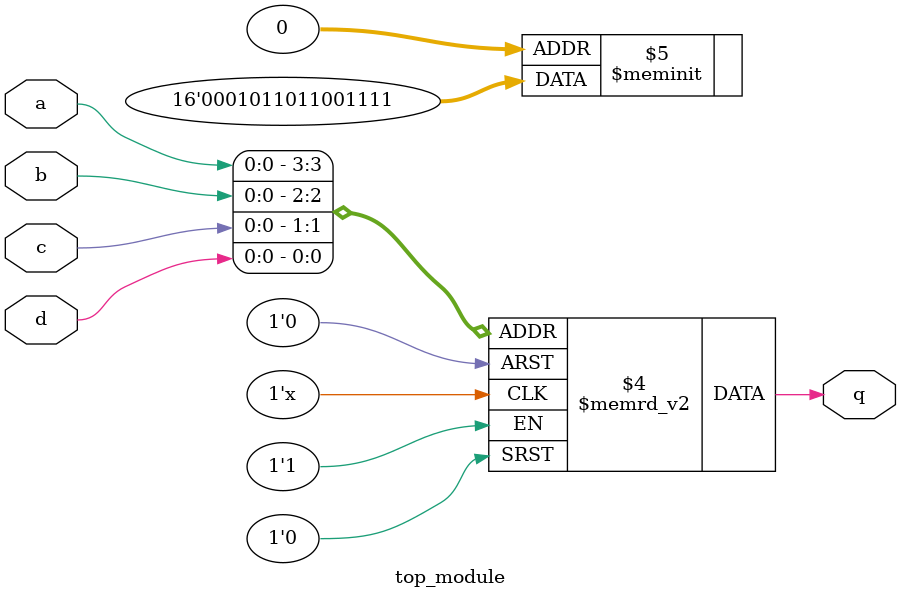
<source format=sv>
module top_module (
    input a, 
    input b, 
    input c, 
    input d,
    output q
);

always @(*) begin
    case ({a, b, c, d})
        4'b0000, 4'b0001, 4'b0010, 4'b0011: q = 1'b1;
        4'b0100: q = 1'b0;
        4'b0101: q = 1'b0;
        4'b0110: q = 1'b1;
        4'b0111: q = 1'b1;
        4'b1000: q = 1'b0;
        4'b1001: q = 1'b1;
        4'b1010: q = 1'b1;
        4'b1011: q = 1'b0;
        4'b1100: q = 1'b1;
        4'b1101: q = 1'b0;
        4'b1110, 4'b1111: q = 1'b0;
        default: q = 1'bx;
    endcase
end

endmodule

</source>
